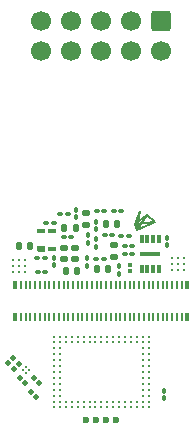
<source format=gbs>
%TF.GenerationSoftware,KiCad,Pcbnew,(6.0.0)*%
%TF.CreationDate,2022-01-25T07:30:51-08:00*%
%TF.ProjectId,headstage-64s,68656164-7374-4616-9765-2d3634732e6b,A*%
%TF.SameCoordinates,Original*%
%TF.FileFunction,Soldermask,Bot*%
%TF.FilePolarity,Negative*%
%FSLAX46Y46*%
G04 Gerber Fmt 4.6, Leading zero omitted, Abs format (unit mm)*
G04 Created by KiCad (PCBNEW (6.0.0)) date 2022-01-25 07:30:51*
%MOMM*%
%LPD*%
G01*
G04 APERTURE LIST*
G04 Aperture macros list*
%AMRoundRect*
0 Rectangle with rounded corners*
0 $1 Rounding radius*
0 $2 $3 $4 $5 $6 $7 $8 $9 X,Y pos of 4 corners*
0 Add a 4 corners polygon primitive as box body*
4,1,4,$2,$3,$4,$5,$6,$7,$8,$9,$2,$3,0*
0 Add four circle primitives for the rounded corners*
1,1,$1+$1,$2,$3*
1,1,$1+$1,$4,$5*
1,1,$1+$1,$6,$7*
1,1,$1+$1,$8,$9*
0 Add four rect primitives between the rounded corners*
20,1,$1+$1,$2,$3,$4,$5,0*
20,1,$1+$1,$4,$5,$6,$7,0*
20,1,$1+$1,$6,$7,$8,$9,0*
20,1,$1+$1,$8,$9,$2,$3,0*%
%AMFreePoly0*
4,1,6,0.350000,-0.250000,-0.225000,-0.250000,-0.350000,-0.125000,-0.350000,0.250000,0.350000,0.250000,0.350000,-0.250000,0.350000,-0.250000,$1*%
G04 Aperture macros list end*
%ADD10C,0.137500*%
%ADD11RoundRect,0.250000X-0.600000X0.600000X-0.600000X-0.600000X0.600000X-0.600000X0.600000X0.600000X0*%
%ADD12C,1.700000*%
%ADD13C,0.260000*%
%ADD14C,0.600000*%
%ADD15RoundRect,0.100000X-0.100000X0.130000X-0.100000X-0.130000X0.100000X-0.130000X0.100000X0.130000X0*%
%ADD16RoundRect,0.100000X-0.021213X-0.162635X0.162635X0.021213X0.021213X0.162635X-0.162635X-0.021213X0*%
%ADD17R,0.400000X0.460000*%
%ADD18RoundRect,0.100000X0.021213X0.162635X-0.162635X-0.021213X-0.021213X-0.162635X0.162635X0.021213X0*%
%ADD19RoundRect,0.140000X0.170000X-0.140000X0.170000X0.140000X-0.170000X0.140000X-0.170000X-0.140000X0*%
%ADD20RoundRect,0.140000X0.140000X0.170000X-0.140000X0.170000X-0.140000X-0.170000X0.140000X-0.170000X0*%
%ADD21C,0.250000*%
%ADD22R,0.300000X0.650000*%
%ADD23R,1.700000X0.300000*%
%ADD24RoundRect,0.100000X0.130000X0.100000X-0.130000X0.100000X-0.130000X-0.100000X0.130000X-0.100000X0*%
%ADD25RoundRect,0.140000X-0.140000X-0.170000X0.140000X-0.170000X0.140000X0.170000X-0.140000X0.170000X0*%
%ADD26RoundRect,0.100000X-0.130000X-0.100000X0.130000X-0.100000X0.130000X0.100000X-0.130000X0.100000X0*%
%ADD27RoundRect,0.140000X-0.170000X0.140000X-0.170000X-0.140000X0.170000X-0.140000X0.170000X0.140000X0*%
%ADD28RoundRect,0.100000X0.100000X-0.130000X0.100000X0.130000X-0.100000X0.130000X-0.100000X-0.130000X0*%
%ADD29RoundRect,0.100000X0.162635X-0.021213X-0.021213X0.162635X-0.162635X0.021213X0.021213X-0.162635X0*%
%ADD30RoundRect,0.100000X-0.162635X0.021213X0.021213X-0.162635X0.162635X-0.021213X-0.021213X0.162635X0*%
%ADD31C,0.200000*%
%ADD32R,0.230000X0.660000*%
%ADD33R,0.350000X0.660000*%
%ADD34FreePoly0,0.000000*%
%ADD35R,0.700000X0.400000*%
G04 APERTURE END LIST*
D10*
%TO.C,REF\u002A\u002A*%
X128030000Y-55330000D02*
X127380000Y-54730000D01*
X126480000Y-55980000D02*
X126330000Y-55480000D01*
X126330000Y-55480000D02*
X127380000Y-54730000D01*
X128030000Y-55330000D02*
X126330000Y-55480000D01*
X127380000Y-54730000D02*
X126480000Y-55980000D01*
X126780000Y-54380000D02*
X126330000Y-55480000D01*
X126480000Y-55980000D02*
X126780000Y-54380000D01*
X126480000Y-55980000D02*
X128030000Y-55330000D01*
%TD*%
D11*
%TO.C,J3*%
X128580000Y-38247500D03*
D12*
X126040000Y-38247500D03*
X123500000Y-38247500D03*
X120960000Y-38247500D03*
X118420000Y-38247500D03*
X128580000Y-40787500D03*
X126040000Y-40787500D03*
X123500000Y-40787500D03*
X120960000Y-40787500D03*
X118420000Y-40787500D03*
%TD*%
D13*
%TO.C,U1*%
X127500000Y-65000000D03*
X127000000Y-65000000D03*
X126500000Y-65000000D03*
X126000000Y-65000000D03*
X125500000Y-65000000D03*
X125000000Y-65000000D03*
X124500000Y-65000000D03*
X124000000Y-65000000D03*
X123500000Y-65000000D03*
X123000000Y-65000000D03*
X122500000Y-65000000D03*
X122000000Y-65000000D03*
X121500000Y-65000000D03*
X121000000Y-65000000D03*
X120500000Y-65000000D03*
X120000000Y-65000000D03*
X119500000Y-65000000D03*
X127500000Y-65500000D03*
X127000000Y-65500000D03*
X126500000Y-65500000D03*
X126000000Y-65500000D03*
X125500000Y-65500000D03*
X125000000Y-65500000D03*
X124500000Y-65500000D03*
X124000000Y-65500000D03*
X123500000Y-65500000D03*
X123000000Y-65500000D03*
X122500000Y-65500000D03*
X122000000Y-65500000D03*
X121500000Y-65500000D03*
X121000000Y-65500000D03*
X120500000Y-65500000D03*
X120000000Y-65500000D03*
X119500000Y-65500000D03*
X127500000Y-66000000D03*
X127000000Y-66000000D03*
X120000000Y-66000000D03*
X119500000Y-66000000D03*
X127500000Y-66500000D03*
X127000000Y-66500000D03*
X120000000Y-66500000D03*
X119500000Y-66500000D03*
X127500000Y-67000000D03*
X127000000Y-67000000D03*
X120000000Y-67000000D03*
X119500000Y-67000000D03*
X127500000Y-67500000D03*
X127000000Y-67500000D03*
X120000000Y-67500000D03*
X119500000Y-67500000D03*
X127500000Y-68000000D03*
X127000000Y-68000000D03*
X120000000Y-68000000D03*
X119500000Y-68000000D03*
X127500000Y-68500000D03*
X127000000Y-68500000D03*
X120000000Y-68500000D03*
X119500000Y-68500000D03*
X127500000Y-69000000D03*
X127000000Y-69000000D03*
X120000000Y-69000000D03*
X119500000Y-69000000D03*
X127500000Y-69500000D03*
X127000000Y-69500000D03*
X120000000Y-69500000D03*
X119500000Y-69500000D03*
X127500000Y-70000000D03*
X127000000Y-70000000D03*
X120000000Y-70000000D03*
X119500000Y-70000000D03*
X127500000Y-70500000D03*
X127000000Y-70500000D03*
X126500000Y-70500000D03*
X126000000Y-70500000D03*
X125500000Y-70500000D03*
X125000000Y-70500000D03*
X124500000Y-70500000D03*
X124000000Y-70500000D03*
X123500000Y-70500000D03*
X123000000Y-70500000D03*
X122500000Y-70500000D03*
X122000000Y-70500000D03*
X121500000Y-70500000D03*
X121000000Y-70500000D03*
X120500000Y-70500000D03*
X120000000Y-70500000D03*
X119500000Y-70500000D03*
X127500000Y-71000000D03*
X127000000Y-71000000D03*
X126500000Y-71000000D03*
X126000000Y-71000000D03*
X125500000Y-71000000D03*
X125000000Y-71000000D03*
X124500000Y-71000000D03*
X124000000Y-71000000D03*
X123500000Y-71000000D03*
X123000000Y-71000000D03*
X122500000Y-71000000D03*
X122000000Y-71000000D03*
X121500000Y-71000000D03*
X121000000Y-71000000D03*
X120500000Y-71000000D03*
X120000000Y-71000000D03*
X119500000Y-71000000D03*
%TD*%
D14*
%TO.C,TP3*%
X123908332Y-72075000D03*
%TD*%
D15*
%TO.C,R13*%
X128800000Y-69580000D03*
X128800000Y-70220000D03*
%TD*%
D16*
%TO.C,L6*%
X115573726Y-67276274D03*
X116026274Y-66823726D03*
%TD*%
D17*
%TO.C,JP1*%
X125900000Y-59490000D03*
X125900000Y-58910000D03*
%TD*%
D15*
%TO.C,C43*%
X123030000Y-56770000D03*
X123030000Y-57410000D03*
%TD*%
D18*
%TO.C,C28*%
X116526274Y-67323726D03*
X116073726Y-67776274D03*
%TD*%
D19*
%TO.C,C52*%
X122225000Y-55530000D03*
X122225000Y-54570000D03*
%TD*%
D20*
%TO.C,C54*%
X121480000Y-59410000D03*
X120520000Y-59410000D03*
%TD*%
D21*
%TO.C,U2*%
X116000000Y-58500000D03*
X116000000Y-59000000D03*
X116000000Y-59500000D03*
X116500000Y-58500000D03*
X116500000Y-59000000D03*
X116500000Y-59500000D03*
X117000000Y-58500000D03*
X117000000Y-59000000D03*
X117000000Y-59500000D03*
%TD*%
D22*
%TO.C,U11*%
X128400000Y-59250000D03*
X127900000Y-59250000D03*
X127400000Y-59250000D03*
X126900000Y-59250000D03*
X126900000Y-56750000D03*
X127400000Y-56750000D03*
X127900000Y-56750000D03*
X128400000Y-56750000D03*
D23*
X127650000Y-58000000D03*
%TD*%
D24*
%TO.C,R2*%
X123745000Y-54350000D03*
X123105000Y-54350000D03*
%TD*%
D25*
%TO.C,C55*%
X123900000Y-55500000D03*
X124860000Y-55500000D03*
%TD*%
D15*
%TO.C,L10*%
X119500000Y-58330000D03*
X119500000Y-58970000D03*
%TD*%
D24*
%TO.C,L13*%
X118745000Y-59500000D03*
X118105000Y-59500000D03*
%TD*%
D26*
%TO.C,R22*%
X125480000Y-58000000D03*
X126120000Y-58000000D03*
%TD*%
%TO.C,C45*%
X123080000Y-58400000D03*
X123720000Y-58400000D03*
%TD*%
D24*
%TO.C,L16*%
X119470000Y-55350000D03*
X118830000Y-55350000D03*
%TD*%
D25*
%TO.C,C23*%
X116520000Y-57350000D03*
X117480000Y-57350000D03*
%TD*%
D27*
%TO.C,C57*%
X120300000Y-57470000D03*
X120300000Y-58430000D03*
%TD*%
D14*
%TO.C,TP5*%
X124775000Y-72075000D03*
%TD*%
D24*
%TO.C,C49*%
X120945000Y-56600000D03*
X120305000Y-56600000D03*
%TD*%
D26*
%TO.C,C47*%
X123780000Y-56400000D03*
X124420000Y-56400000D03*
%TD*%
D27*
%TO.C,C51*%
X121250000Y-57470000D03*
X121250000Y-58430000D03*
%TD*%
D20*
%TO.C,C56*%
X121330000Y-55800000D03*
X120370000Y-55800000D03*
%TD*%
D28*
%TO.C,C44*%
X123050000Y-55920000D03*
X123050000Y-55280000D03*
%TD*%
D15*
%TO.C,C48*%
X122330000Y-56430000D03*
X122330000Y-57070000D03*
%TD*%
D24*
%TO.C,R1*%
X125195000Y-54350000D03*
X124555000Y-54350000D03*
%TD*%
D14*
%TO.C,TP1*%
X123041666Y-72075000D03*
%TD*%
D28*
%TO.C,L12*%
X125000000Y-59670000D03*
X125000000Y-59030000D03*
%TD*%
D15*
%TO.C,C42*%
X129100000Y-56630000D03*
X129100000Y-57270000D03*
%TD*%
D24*
%TO.C,C58*%
X118695000Y-58350000D03*
X118055000Y-58350000D03*
%TD*%
D28*
%TO.C,L11*%
X121375000Y-54895000D03*
X121375000Y-54255000D03*
%TD*%
D29*
%TO.C,C30*%
X117026274Y-68926274D03*
X116573726Y-68473726D03*
%TD*%
D24*
%TO.C,L15*%
X120650000Y-54610000D03*
X120010000Y-54610000D03*
%TD*%
D30*
%TO.C,C19*%
X117773726Y-68498726D03*
X118226274Y-68951274D03*
%TD*%
D21*
%TO.C,U6*%
X129500000Y-59350000D03*
X130000000Y-59350000D03*
X130500000Y-59350000D03*
X129500000Y-58850000D03*
X130000000Y-58850000D03*
X130500000Y-58850000D03*
X129500000Y-58350000D03*
X130000000Y-58350000D03*
X130500000Y-58350000D03*
%TD*%
D25*
%TO.C,C53*%
X123120000Y-59250000D03*
X124080000Y-59250000D03*
%TD*%
D27*
%TO.C,C50*%
X124590000Y-57280000D03*
X124590000Y-58240000D03*
%TD*%
D31*
%TO.C,U13*%
X116852513Y-67850000D03*
X117100000Y-68097487D03*
X117100000Y-67602513D03*
X117347487Y-67850000D03*
%TD*%
D32*
%TO.C,J2*%
X130300000Y-63355000D03*
X130300000Y-60645000D03*
X129900000Y-63355000D03*
X129900000Y-60645000D03*
X129500000Y-63355000D03*
X129500000Y-60645000D03*
X129100000Y-63355000D03*
X129100000Y-60645000D03*
X128700000Y-63355000D03*
X128700000Y-60645000D03*
X128300000Y-63355000D03*
X128300000Y-60645000D03*
X127900000Y-63355000D03*
X127900000Y-60645000D03*
X127500000Y-63355000D03*
X127500000Y-60645000D03*
X127100000Y-63355000D03*
X127100000Y-60645000D03*
X126700000Y-63355000D03*
X126700000Y-60645000D03*
X126300000Y-63355000D03*
X126300000Y-60645000D03*
X125900000Y-63355000D03*
X125900000Y-60645000D03*
X125500000Y-63355000D03*
X125500000Y-60645000D03*
X125100000Y-63355000D03*
X125100000Y-60645000D03*
X124700000Y-63355000D03*
X124700000Y-60645000D03*
X124300000Y-63355000D03*
X124300000Y-60645000D03*
X123900000Y-63355000D03*
X123900000Y-60645000D03*
X123500000Y-63355000D03*
X123500000Y-60645000D03*
X123100000Y-63355000D03*
X123100000Y-60645000D03*
X122700000Y-63355000D03*
X122700000Y-60645000D03*
X122300000Y-63355000D03*
X122300000Y-60645000D03*
X121900000Y-63355000D03*
X121900000Y-60645000D03*
X121500000Y-63355000D03*
X121500000Y-60645000D03*
X121100000Y-63355000D03*
X121100000Y-60645000D03*
X120700000Y-63355000D03*
X120700000Y-60645000D03*
X120300000Y-63355000D03*
X120300000Y-60645000D03*
X119900000Y-63355000D03*
X119900000Y-60645000D03*
X119500000Y-63355000D03*
X119500000Y-60645000D03*
X119100000Y-63355000D03*
X119100000Y-60645000D03*
X118700000Y-63355000D03*
X118700000Y-60645000D03*
X118300000Y-63355000D03*
X118300000Y-60645000D03*
X117900000Y-63355000D03*
X117900000Y-60645000D03*
X117500000Y-63355000D03*
X117500000Y-60645000D03*
X117100000Y-63355000D03*
X117100000Y-60645000D03*
X116700000Y-63355000D03*
X116700000Y-60645000D03*
D33*
X130775000Y-63355000D03*
X130775000Y-60645000D03*
X116225000Y-63355000D03*
X116225000Y-60645000D03*
%TD*%
D29*
%TO.C,C22*%
X118001274Y-70126274D03*
X117548726Y-69673726D03*
%TD*%
D34*
%TO.C,U12*%
X118350000Y-57575000D03*
D35*
X118350000Y-56075000D03*
X119300000Y-56075000D03*
X119300000Y-57625000D03*
%TD*%
D14*
%TO.C,TP10*%
X122175000Y-72075000D03*
%TD*%
D26*
%TO.C,L14*%
X125180000Y-56500000D03*
X125820000Y-56500000D03*
%TD*%
%TO.C,R21*%
X125480000Y-57300000D03*
X126120000Y-57300000D03*
%TD*%
D15*
%TO.C,C46*%
X122300000Y-58370000D03*
X122300000Y-59010000D03*
%TD*%
M02*

</source>
